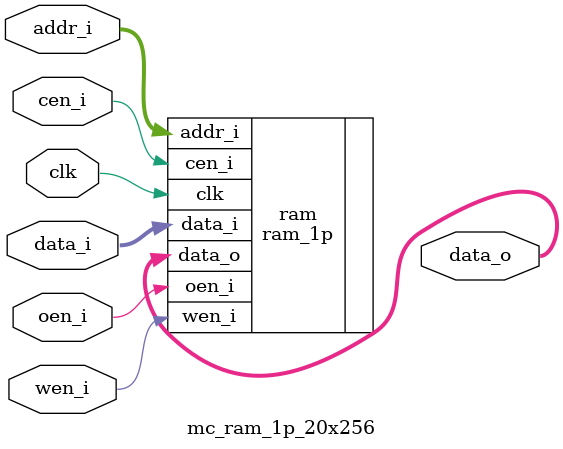
<source format=v>

`include "enc_defines.v"

module mc_ram_1p_20x256 (
  clk    ,
  cen_i  ,
  oen_i  ,
  wen_i  ,
  addr_i ,
  data_i ,
  data_o
);

//*** PARAMETER DECLARATION ****************************************************

  parameter Word_Width = 20 ;
  parameter Addr_Width = 8  ;


//*** INPUT/OUTPUT DECLARATION *************************************************

  input                     clk    ;
  input                     cen_i  ;
  input                     oen_i  ;
  input                     wen_i  ;
  input   [Addr_Width-1:0]  addr_i ;
  input   [Word_Width-1:0]  data_i ;
  output  [Word_Width-1:0]  data_o ;


//*** MAIN BODY ****************************************************************

  ram_1p #(
    .Addr_Width    ( Addr_Width    ),
    .Word_Width    ( Word_Width    )
  ) ram (                          
    .clk           ( clk           ),
    .cen_i         ( cen_i         ),
    .oen_i         ( oen_i         ),
    .wen_i         ( wen_i         ),
    .addr_i        ( addr_i        ),
    .data_i        ( data_i        ),
    .data_o        ( data_o        )
    );


endmodule

</source>
